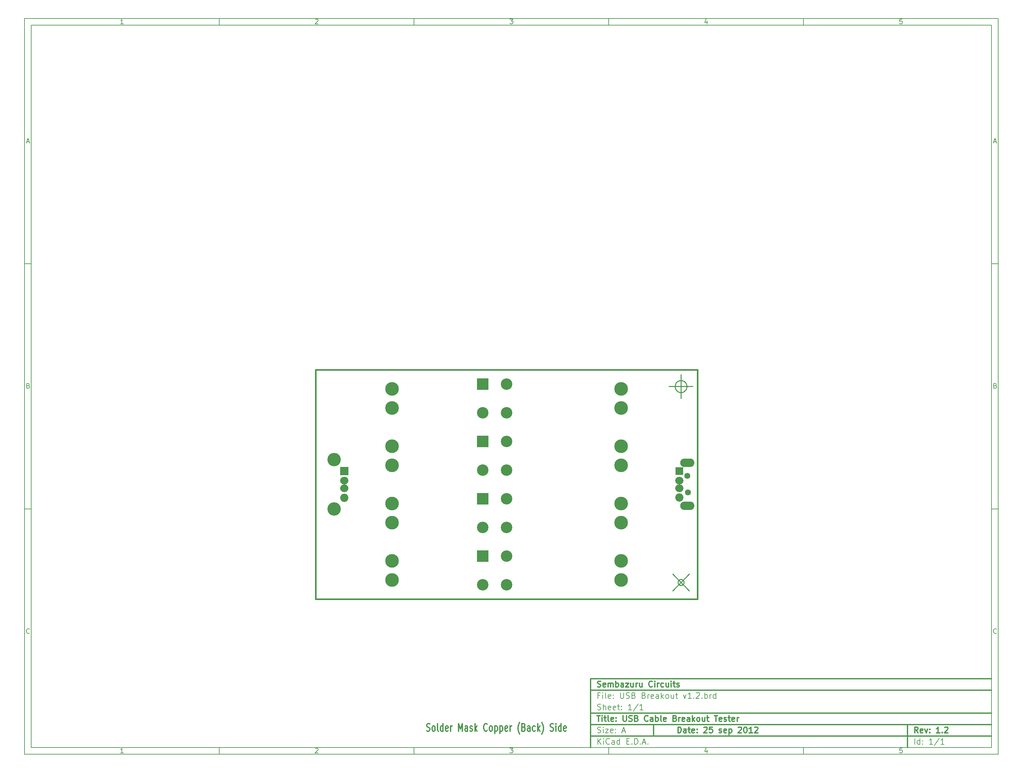
<source format=gbs>
G04 (created by PCBNEW-RS274X (2012-01-19 BZR 3256)-stable) date 25/09/2012 17:31:46*
G01*
G70*
G90*
%MOIN*%
G04 Gerber Fmt 3.4, Leading zero omitted, Abs format*
%FSLAX34Y34*%
G04 APERTURE LIST*
%ADD10C,0.006000*%
%ADD11C,0.012000*%
%ADD12C,0.010000*%
%ADD13C,0.015000*%
%ADD14R,0.120000X0.120000*%
%ADD15C,0.120000*%
%ADD16R,0.083200X0.083200*%
%ADD17O,0.086200X0.079100*%
%ADD18C,0.086200*%
%ADD19O,0.148400X0.089400*%
%ADD20C,0.063300*%
%ADD21R,0.086200X0.086200*%
%ADD22C,0.140600*%
%ADD23C,0.143000*%
G04 APERTURE END LIST*
G54D10*
X-30500Y36750D02*
X71500Y36750D01*
X71500Y-40250D01*
X-30500Y-40250D01*
X-30500Y36750D01*
X-29800Y36050D02*
X70800Y36050D01*
X70800Y-39550D01*
X-29800Y-39550D01*
X-29800Y36050D01*
X-10100Y36750D02*
X-10100Y36050D01*
X-20157Y36198D02*
X-20443Y36198D01*
X-20300Y36198D02*
X-20300Y36698D01*
X-20348Y36626D01*
X-20395Y36579D01*
X-20443Y36555D01*
X-10100Y-40250D02*
X-10100Y-39550D01*
X-20157Y-40102D02*
X-20443Y-40102D01*
X-20300Y-40102D02*
X-20300Y-39602D01*
X-20348Y-39674D01*
X-20395Y-39721D01*
X-20443Y-39745D01*
X10300Y36750D02*
X10300Y36050D01*
X-00043Y36650D02*
X-00019Y36674D01*
X00029Y36698D01*
X00148Y36698D01*
X00195Y36674D01*
X00219Y36650D01*
X00243Y36602D01*
X00243Y36555D01*
X00219Y36483D01*
X-00067Y36198D01*
X00243Y36198D01*
X10300Y-40250D02*
X10300Y-39550D01*
X-00043Y-39650D02*
X-00019Y-39626D01*
X00029Y-39602D01*
X00148Y-39602D01*
X00195Y-39626D01*
X00219Y-39650D01*
X00243Y-39698D01*
X00243Y-39745D01*
X00219Y-39817D01*
X-00067Y-40102D01*
X00243Y-40102D01*
X30700Y36750D02*
X30700Y36050D01*
X20333Y36698D02*
X20643Y36698D01*
X20476Y36507D01*
X20548Y36507D01*
X20595Y36483D01*
X20619Y36460D01*
X20643Y36412D01*
X20643Y36293D01*
X20619Y36245D01*
X20595Y36221D01*
X20548Y36198D01*
X20405Y36198D01*
X20357Y36221D01*
X20333Y36245D01*
X30700Y-40250D02*
X30700Y-39550D01*
X20333Y-39602D02*
X20643Y-39602D01*
X20476Y-39793D01*
X20548Y-39793D01*
X20595Y-39817D01*
X20619Y-39840D01*
X20643Y-39888D01*
X20643Y-40007D01*
X20619Y-40055D01*
X20595Y-40079D01*
X20548Y-40102D01*
X20405Y-40102D01*
X20357Y-40079D01*
X20333Y-40055D01*
X51100Y36750D02*
X51100Y36050D01*
X40995Y36531D02*
X40995Y36198D01*
X40876Y36721D02*
X40757Y36364D01*
X41067Y36364D01*
X51100Y-40250D02*
X51100Y-39550D01*
X40995Y-39769D02*
X40995Y-40102D01*
X40876Y-39579D02*
X40757Y-39936D01*
X41067Y-39936D01*
X61419Y36698D02*
X61181Y36698D01*
X61157Y36460D01*
X61181Y36483D01*
X61229Y36507D01*
X61348Y36507D01*
X61395Y36483D01*
X61419Y36460D01*
X61443Y36412D01*
X61443Y36293D01*
X61419Y36245D01*
X61395Y36221D01*
X61348Y36198D01*
X61229Y36198D01*
X61181Y36221D01*
X61157Y36245D01*
X61419Y-39602D02*
X61181Y-39602D01*
X61157Y-39840D01*
X61181Y-39817D01*
X61229Y-39793D01*
X61348Y-39793D01*
X61395Y-39817D01*
X61419Y-39840D01*
X61443Y-39888D01*
X61443Y-40007D01*
X61419Y-40055D01*
X61395Y-40079D01*
X61348Y-40102D01*
X61229Y-40102D01*
X61181Y-40079D01*
X61157Y-40055D01*
X-30500Y11090D02*
X-29800Y11090D01*
X-30269Y23860D02*
X-30031Y23860D01*
X-30316Y23718D02*
X-30150Y24218D01*
X-29983Y23718D01*
X71500Y11090D02*
X70800Y11090D01*
X71031Y23860D02*
X71269Y23860D01*
X70984Y23718D02*
X71150Y24218D01*
X71317Y23718D01*
X-30500Y-14570D02*
X-29800Y-14570D01*
X-30114Y-01680D02*
X-30043Y-01704D01*
X-30019Y-01728D01*
X-29995Y-01776D01*
X-29995Y-01847D01*
X-30019Y-01895D01*
X-30043Y-01919D01*
X-30090Y-01942D01*
X-30281Y-01942D01*
X-30281Y-01442D01*
X-30114Y-01442D01*
X-30067Y-01466D01*
X-30043Y-01490D01*
X-30019Y-01538D01*
X-30019Y-01585D01*
X-30043Y-01633D01*
X-30067Y-01657D01*
X-30114Y-01680D01*
X-30281Y-01680D01*
X71500Y-14570D02*
X70800Y-14570D01*
X71186Y-01680D02*
X71257Y-01704D01*
X71281Y-01728D01*
X71305Y-01776D01*
X71305Y-01847D01*
X71281Y-01895D01*
X71257Y-01919D01*
X71210Y-01942D01*
X71019Y-01942D01*
X71019Y-01442D01*
X71186Y-01442D01*
X71233Y-01466D01*
X71257Y-01490D01*
X71281Y-01538D01*
X71281Y-01585D01*
X71257Y-01633D01*
X71233Y-01657D01*
X71186Y-01680D01*
X71019Y-01680D01*
X-29995Y-27555D02*
X-30019Y-27579D01*
X-30090Y-27602D01*
X-30138Y-27602D01*
X-30210Y-27579D01*
X-30257Y-27531D01*
X-30281Y-27483D01*
X-30305Y-27388D01*
X-30305Y-27317D01*
X-30281Y-27221D01*
X-30257Y-27174D01*
X-30210Y-27126D01*
X-30138Y-27102D01*
X-30090Y-27102D01*
X-30019Y-27126D01*
X-29995Y-27150D01*
X71305Y-27555D02*
X71281Y-27579D01*
X71210Y-27602D01*
X71162Y-27602D01*
X71090Y-27579D01*
X71043Y-27531D01*
X71019Y-27483D01*
X70995Y-27388D01*
X70995Y-27317D01*
X71019Y-27221D01*
X71043Y-27174D01*
X71090Y-27126D01*
X71162Y-27102D01*
X71210Y-27102D01*
X71281Y-27126D01*
X71305Y-27150D01*
G54D11*
X37943Y-37993D02*
X37943Y-37393D01*
X38086Y-37393D01*
X38171Y-37421D01*
X38229Y-37479D01*
X38257Y-37536D01*
X38286Y-37650D01*
X38286Y-37736D01*
X38257Y-37850D01*
X38229Y-37907D01*
X38171Y-37964D01*
X38086Y-37993D01*
X37943Y-37993D01*
X38800Y-37993D02*
X38800Y-37679D01*
X38771Y-37621D01*
X38714Y-37593D01*
X38600Y-37593D01*
X38543Y-37621D01*
X38800Y-37964D02*
X38743Y-37993D01*
X38600Y-37993D01*
X38543Y-37964D01*
X38514Y-37907D01*
X38514Y-37850D01*
X38543Y-37793D01*
X38600Y-37764D01*
X38743Y-37764D01*
X38800Y-37736D01*
X39000Y-37593D02*
X39229Y-37593D01*
X39086Y-37393D02*
X39086Y-37907D01*
X39114Y-37964D01*
X39172Y-37993D01*
X39229Y-37993D01*
X39657Y-37964D02*
X39600Y-37993D01*
X39486Y-37993D01*
X39429Y-37964D01*
X39400Y-37907D01*
X39400Y-37679D01*
X39429Y-37621D01*
X39486Y-37593D01*
X39600Y-37593D01*
X39657Y-37621D01*
X39686Y-37679D01*
X39686Y-37736D01*
X39400Y-37793D01*
X39943Y-37936D02*
X39971Y-37964D01*
X39943Y-37993D01*
X39914Y-37964D01*
X39943Y-37936D01*
X39943Y-37993D01*
X39943Y-37621D02*
X39971Y-37650D01*
X39943Y-37679D01*
X39914Y-37650D01*
X39943Y-37621D01*
X39943Y-37679D01*
X40657Y-37450D02*
X40686Y-37421D01*
X40743Y-37393D01*
X40886Y-37393D01*
X40943Y-37421D01*
X40972Y-37450D01*
X41000Y-37507D01*
X41000Y-37564D01*
X40972Y-37650D01*
X40629Y-37993D01*
X41000Y-37993D01*
X41543Y-37393D02*
X41257Y-37393D01*
X41228Y-37679D01*
X41257Y-37650D01*
X41314Y-37621D01*
X41457Y-37621D01*
X41514Y-37650D01*
X41543Y-37679D01*
X41571Y-37736D01*
X41571Y-37879D01*
X41543Y-37936D01*
X41514Y-37964D01*
X41457Y-37993D01*
X41314Y-37993D01*
X41257Y-37964D01*
X41228Y-37936D01*
X42256Y-37964D02*
X42313Y-37993D01*
X42428Y-37993D01*
X42485Y-37964D01*
X42513Y-37907D01*
X42513Y-37879D01*
X42485Y-37821D01*
X42428Y-37793D01*
X42342Y-37793D01*
X42285Y-37764D01*
X42256Y-37707D01*
X42256Y-37679D01*
X42285Y-37621D01*
X42342Y-37593D01*
X42428Y-37593D01*
X42485Y-37621D01*
X42999Y-37964D02*
X42942Y-37993D01*
X42828Y-37993D01*
X42771Y-37964D01*
X42742Y-37907D01*
X42742Y-37679D01*
X42771Y-37621D01*
X42828Y-37593D01*
X42942Y-37593D01*
X42999Y-37621D01*
X43028Y-37679D01*
X43028Y-37736D01*
X42742Y-37793D01*
X43285Y-37593D02*
X43285Y-38193D01*
X43285Y-37621D02*
X43342Y-37593D01*
X43456Y-37593D01*
X43513Y-37621D01*
X43542Y-37650D01*
X43571Y-37707D01*
X43571Y-37879D01*
X43542Y-37936D01*
X43513Y-37964D01*
X43456Y-37993D01*
X43342Y-37993D01*
X43285Y-37964D01*
X44256Y-37450D02*
X44285Y-37421D01*
X44342Y-37393D01*
X44485Y-37393D01*
X44542Y-37421D01*
X44571Y-37450D01*
X44599Y-37507D01*
X44599Y-37564D01*
X44571Y-37650D01*
X44228Y-37993D01*
X44599Y-37993D01*
X44970Y-37393D02*
X45027Y-37393D01*
X45084Y-37421D01*
X45113Y-37450D01*
X45142Y-37507D01*
X45170Y-37621D01*
X45170Y-37764D01*
X45142Y-37879D01*
X45113Y-37936D01*
X45084Y-37964D01*
X45027Y-37993D01*
X44970Y-37993D01*
X44913Y-37964D01*
X44884Y-37936D01*
X44856Y-37879D01*
X44827Y-37764D01*
X44827Y-37621D01*
X44856Y-37507D01*
X44884Y-37450D01*
X44913Y-37421D01*
X44970Y-37393D01*
X45741Y-37993D02*
X45398Y-37993D01*
X45570Y-37993D02*
X45570Y-37393D01*
X45513Y-37479D01*
X45455Y-37536D01*
X45398Y-37564D01*
X45969Y-37450D02*
X45998Y-37421D01*
X46055Y-37393D01*
X46198Y-37393D01*
X46255Y-37421D01*
X46284Y-37450D01*
X46312Y-37507D01*
X46312Y-37564D01*
X46284Y-37650D01*
X45941Y-37993D01*
X46312Y-37993D01*
G54D10*
X29543Y-39193D02*
X29543Y-38593D01*
X29886Y-39193D02*
X29629Y-38850D01*
X29886Y-38593D02*
X29543Y-38936D01*
X30143Y-39193D02*
X30143Y-38793D01*
X30143Y-38593D02*
X30114Y-38621D01*
X30143Y-38650D01*
X30171Y-38621D01*
X30143Y-38593D01*
X30143Y-38650D01*
X30772Y-39136D02*
X30743Y-39164D01*
X30657Y-39193D01*
X30600Y-39193D01*
X30515Y-39164D01*
X30457Y-39107D01*
X30429Y-39050D01*
X30400Y-38936D01*
X30400Y-38850D01*
X30429Y-38736D01*
X30457Y-38679D01*
X30515Y-38621D01*
X30600Y-38593D01*
X30657Y-38593D01*
X30743Y-38621D01*
X30772Y-38650D01*
X31286Y-39193D02*
X31286Y-38879D01*
X31257Y-38821D01*
X31200Y-38793D01*
X31086Y-38793D01*
X31029Y-38821D01*
X31286Y-39164D02*
X31229Y-39193D01*
X31086Y-39193D01*
X31029Y-39164D01*
X31000Y-39107D01*
X31000Y-39050D01*
X31029Y-38993D01*
X31086Y-38964D01*
X31229Y-38964D01*
X31286Y-38936D01*
X31829Y-39193D02*
X31829Y-38593D01*
X31829Y-39164D02*
X31772Y-39193D01*
X31658Y-39193D01*
X31600Y-39164D01*
X31572Y-39136D01*
X31543Y-39079D01*
X31543Y-38907D01*
X31572Y-38850D01*
X31600Y-38821D01*
X31658Y-38793D01*
X31772Y-38793D01*
X31829Y-38821D01*
X32572Y-38879D02*
X32772Y-38879D01*
X32858Y-39193D02*
X32572Y-39193D01*
X32572Y-38593D01*
X32858Y-38593D01*
X33115Y-39136D02*
X33143Y-39164D01*
X33115Y-39193D01*
X33086Y-39164D01*
X33115Y-39136D01*
X33115Y-39193D01*
X33401Y-39193D02*
X33401Y-38593D01*
X33544Y-38593D01*
X33629Y-38621D01*
X33687Y-38679D01*
X33715Y-38736D01*
X33744Y-38850D01*
X33744Y-38936D01*
X33715Y-39050D01*
X33687Y-39107D01*
X33629Y-39164D01*
X33544Y-39193D01*
X33401Y-39193D01*
X34001Y-39136D02*
X34029Y-39164D01*
X34001Y-39193D01*
X33972Y-39164D01*
X34001Y-39136D01*
X34001Y-39193D01*
X34258Y-39021D02*
X34544Y-39021D01*
X34201Y-39193D02*
X34401Y-38593D01*
X34601Y-39193D01*
X34801Y-39136D02*
X34829Y-39164D01*
X34801Y-39193D01*
X34772Y-39164D01*
X34801Y-39136D01*
X34801Y-39193D01*
G54D11*
X63086Y-37993D02*
X62886Y-37707D01*
X62743Y-37993D02*
X62743Y-37393D01*
X62971Y-37393D01*
X63029Y-37421D01*
X63057Y-37450D01*
X63086Y-37507D01*
X63086Y-37593D01*
X63057Y-37650D01*
X63029Y-37679D01*
X62971Y-37707D01*
X62743Y-37707D01*
X63571Y-37964D02*
X63514Y-37993D01*
X63400Y-37993D01*
X63343Y-37964D01*
X63314Y-37907D01*
X63314Y-37679D01*
X63343Y-37621D01*
X63400Y-37593D01*
X63514Y-37593D01*
X63571Y-37621D01*
X63600Y-37679D01*
X63600Y-37736D01*
X63314Y-37793D01*
X63800Y-37593D02*
X63943Y-37993D01*
X64085Y-37593D01*
X64314Y-37936D02*
X64342Y-37964D01*
X64314Y-37993D01*
X64285Y-37964D01*
X64314Y-37936D01*
X64314Y-37993D01*
X64314Y-37621D02*
X64342Y-37650D01*
X64314Y-37679D01*
X64285Y-37650D01*
X64314Y-37621D01*
X64314Y-37679D01*
X65371Y-37993D02*
X65028Y-37993D01*
X65200Y-37993D02*
X65200Y-37393D01*
X65143Y-37479D01*
X65085Y-37536D01*
X65028Y-37564D01*
X65628Y-37936D02*
X65656Y-37964D01*
X65628Y-37993D01*
X65599Y-37964D01*
X65628Y-37936D01*
X65628Y-37993D01*
X65885Y-37450D02*
X65914Y-37421D01*
X65971Y-37393D01*
X66114Y-37393D01*
X66171Y-37421D01*
X66200Y-37450D01*
X66228Y-37507D01*
X66228Y-37564D01*
X66200Y-37650D01*
X65857Y-37993D01*
X66228Y-37993D01*
G54D10*
X29514Y-37964D02*
X29600Y-37993D01*
X29743Y-37993D01*
X29800Y-37964D01*
X29829Y-37936D01*
X29857Y-37879D01*
X29857Y-37821D01*
X29829Y-37764D01*
X29800Y-37736D01*
X29743Y-37707D01*
X29629Y-37679D01*
X29571Y-37650D01*
X29543Y-37621D01*
X29514Y-37564D01*
X29514Y-37507D01*
X29543Y-37450D01*
X29571Y-37421D01*
X29629Y-37393D01*
X29771Y-37393D01*
X29857Y-37421D01*
X30114Y-37993D02*
X30114Y-37593D01*
X30114Y-37393D02*
X30085Y-37421D01*
X30114Y-37450D01*
X30142Y-37421D01*
X30114Y-37393D01*
X30114Y-37450D01*
X30343Y-37593D02*
X30657Y-37593D01*
X30343Y-37993D01*
X30657Y-37993D01*
X31114Y-37964D02*
X31057Y-37993D01*
X30943Y-37993D01*
X30886Y-37964D01*
X30857Y-37907D01*
X30857Y-37679D01*
X30886Y-37621D01*
X30943Y-37593D01*
X31057Y-37593D01*
X31114Y-37621D01*
X31143Y-37679D01*
X31143Y-37736D01*
X30857Y-37793D01*
X31400Y-37936D02*
X31428Y-37964D01*
X31400Y-37993D01*
X31371Y-37964D01*
X31400Y-37936D01*
X31400Y-37993D01*
X31400Y-37621D02*
X31428Y-37650D01*
X31400Y-37679D01*
X31371Y-37650D01*
X31400Y-37621D01*
X31400Y-37679D01*
X32114Y-37821D02*
X32400Y-37821D01*
X32057Y-37993D02*
X32257Y-37393D01*
X32457Y-37993D01*
X62743Y-39193D02*
X62743Y-38593D01*
X63286Y-39193D02*
X63286Y-38593D01*
X63286Y-39164D02*
X63229Y-39193D01*
X63115Y-39193D01*
X63057Y-39164D01*
X63029Y-39136D01*
X63000Y-39079D01*
X63000Y-38907D01*
X63029Y-38850D01*
X63057Y-38821D01*
X63115Y-38793D01*
X63229Y-38793D01*
X63286Y-38821D01*
X63572Y-39136D02*
X63600Y-39164D01*
X63572Y-39193D01*
X63543Y-39164D01*
X63572Y-39136D01*
X63572Y-39193D01*
X63572Y-38821D02*
X63600Y-38850D01*
X63572Y-38879D01*
X63543Y-38850D01*
X63572Y-38821D01*
X63572Y-38879D01*
X64629Y-39193D02*
X64286Y-39193D01*
X64458Y-39193D02*
X64458Y-38593D01*
X64401Y-38679D01*
X64343Y-38736D01*
X64286Y-38764D01*
X65314Y-38564D02*
X64800Y-39336D01*
X65829Y-39193D02*
X65486Y-39193D01*
X65658Y-39193D02*
X65658Y-38593D01*
X65601Y-38679D01*
X65543Y-38736D01*
X65486Y-38764D01*
G54D11*
X29457Y-36193D02*
X29800Y-36193D01*
X29629Y-36793D02*
X29629Y-36193D01*
X30000Y-36793D02*
X30000Y-36393D01*
X30000Y-36193D02*
X29971Y-36221D01*
X30000Y-36250D01*
X30028Y-36221D01*
X30000Y-36193D01*
X30000Y-36250D01*
X30200Y-36393D02*
X30429Y-36393D01*
X30286Y-36193D02*
X30286Y-36707D01*
X30314Y-36764D01*
X30372Y-36793D01*
X30429Y-36793D01*
X30715Y-36793D02*
X30657Y-36764D01*
X30629Y-36707D01*
X30629Y-36193D01*
X31171Y-36764D02*
X31114Y-36793D01*
X31000Y-36793D01*
X30943Y-36764D01*
X30914Y-36707D01*
X30914Y-36479D01*
X30943Y-36421D01*
X31000Y-36393D01*
X31114Y-36393D01*
X31171Y-36421D01*
X31200Y-36479D01*
X31200Y-36536D01*
X30914Y-36593D01*
X31457Y-36736D02*
X31485Y-36764D01*
X31457Y-36793D01*
X31428Y-36764D01*
X31457Y-36736D01*
X31457Y-36793D01*
X31457Y-36421D02*
X31485Y-36450D01*
X31457Y-36479D01*
X31428Y-36450D01*
X31457Y-36421D01*
X31457Y-36479D01*
X32200Y-36193D02*
X32200Y-36679D01*
X32228Y-36736D01*
X32257Y-36764D01*
X32314Y-36793D01*
X32428Y-36793D01*
X32486Y-36764D01*
X32514Y-36736D01*
X32543Y-36679D01*
X32543Y-36193D01*
X32800Y-36764D02*
X32886Y-36793D01*
X33029Y-36793D01*
X33086Y-36764D01*
X33115Y-36736D01*
X33143Y-36679D01*
X33143Y-36621D01*
X33115Y-36564D01*
X33086Y-36536D01*
X33029Y-36507D01*
X32915Y-36479D01*
X32857Y-36450D01*
X32829Y-36421D01*
X32800Y-36364D01*
X32800Y-36307D01*
X32829Y-36250D01*
X32857Y-36221D01*
X32915Y-36193D01*
X33057Y-36193D01*
X33143Y-36221D01*
X33600Y-36479D02*
X33686Y-36507D01*
X33714Y-36536D01*
X33743Y-36593D01*
X33743Y-36679D01*
X33714Y-36736D01*
X33686Y-36764D01*
X33628Y-36793D01*
X33400Y-36793D01*
X33400Y-36193D01*
X33600Y-36193D01*
X33657Y-36221D01*
X33686Y-36250D01*
X33714Y-36307D01*
X33714Y-36364D01*
X33686Y-36421D01*
X33657Y-36450D01*
X33600Y-36479D01*
X33400Y-36479D01*
X34800Y-36736D02*
X34771Y-36764D01*
X34685Y-36793D01*
X34628Y-36793D01*
X34543Y-36764D01*
X34485Y-36707D01*
X34457Y-36650D01*
X34428Y-36536D01*
X34428Y-36450D01*
X34457Y-36336D01*
X34485Y-36279D01*
X34543Y-36221D01*
X34628Y-36193D01*
X34685Y-36193D01*
X34771Y-36221D01*
X34800Y-36250D01*
X35314Y-36793D02*
X35314Y-36479D01*
X35285Y-36421D01*
X35228Y-36393D01*
X35114Y-36393D01*
X35057Y-36421D01*
X35314Y-36764D02*
X35257Y-36793D01*
X35114Y-36793D01*
X35057Y-36764D01*
X35028Y-36707D01*
X35028Y-36650D01*
X35057Y-36593D01*
X35114Y-36564D01*
X35257Y-36564D01*
X35314Y-36536D01*
X35600Y-36793D02*
X35600Y-36193D01*
X35600Y-36421D02*
X35657Y-36393D01*
X35771Y-36393D01*
X35828Y-36421D01*
X35857Y-36450D01*
X35886Y-36507D01*
X35886Y-36679D01*
X35857Y-36736D01*
X35828Y-36764D01*
X35771Y-36793D01*
X35657Y-36793D01*
X35600Y-36764D01*
X36229Y-36793D02*
X36171Y-36764D01*
X36143Y-36707D01*
X36143Y-36193D01*
X36685Y-36764D02*
X36628Y-36793D01*
X36514Y-36793D01*
X36457Y-36764D01*
X36428Y-36707D01*
X36428Y-36479D01*
X36457Y-36421D01*
X36514Y-36393D01*
X36628Y-36393D01*
X36685Y-36421D01*
X36714Y-36479D01*
X36714Y-36536D01*
X36428Y-36593D01*
X37628Y-36479D02*
X37714Y-36507D01*
X37742Y-36536D01*
X37771Y-36593D01*
X37771Y-36679D01*
X37742Y-36736D01*
X37714Y-36764D01*
X37656Y-36793D01*
X37428Y-36793D01*
X37428Y-36193D01*
X37628Y-36193D01*
X37685Y-36221D01*
X37714Y-36250D01*
X37742Y-36307D01*
X37742Y-36364D01*
X37714Y-36421D01*
X37685Y-36450D01*
X37628Y-36479D01*
X37428Y-36479D01*
X38028Y-36793D02*
X38028Y-36393D01*
X38028Y-36507D02*
X38056Y-36450D01*
X38085Y-36421D01*
X38142Y-36393D01*
X38199Y-36393D01*
X38627Y-36764D02*
X38570Y-36793D01*
X38456Y-36793D01*
X38399Y-36764D01*
X38370Y-36707D01*
X38370Y-36479D01*
X38399Y-36421D01*
X38456Y-36393D01*
X38570Y-36393D01*
X38627Y-36421D01*
X38656Y-36479D01*
X38656Y-36536D01*
X38370Y-36593D01*
X39170Y-36793D02*
X39170Y-36479D01*
X39141Y-36421D01*
X39084Y-36393D01*
X38970Y-36393D01*
X38913Y-36421D01*
X39170Y-36764D02*
X39113Y-36793D01*
X38970Y-36793D01*
X38913Y-36764D01*
X38884Y-36707D01*
X38884Y-36650D01*
X38913Y-36593D01*
X38970Y-36564D01*
X39113Y-36564D01*
X39170Y-36536D01*
X39456Y-36793D02*
X39456Y-36193D01*
X39513Y-36564D02*
X39684Y-36793D01*
X39684Y-36393D02*
X39456Y-36621D01*
X40028Y-36793D02*
X39970Y-36764D01*
X39942Y-36736D01*
X39913Y-36679D01*
X39913Y-36507D01*
X39942Y-36450D01*
X39970Y-36421D01*
X40028Y-36393D01*
X40113Y-36393D01*
X40170Y-36421D01*
X40199Y-36450D01*
X40228Y-36507D01*
X40228Y-36679D01*
X40199Y-36736D01*
X40170Y-36764D01*
X40113Y-36793D01*
X40028Y-36793D01*
X40742Y-36393D02*
X40742Y-36793D01*
X40485Y-36393D02*
X40485Y-36707D01*
X40513Y-36764D01*
X40571Y-36793D01*
X40656Y-36793D01*
X40713Y-36764D01*
X40742Y-36736D01*
X40942Y-36393D02*
X41171Y-36393D01*
X41028Y-36193D02*
X41028Y-36707D01*
X41056Y-36764D01*
X41114Y-36793D01*
X41171Y-36793D01*
X41742Y-36193D02*
X42085Y-36193D01*
X41914Y-36793D02*
X41914Y-36193D01*
X42513Y-36764D02*
X42456Y-36793D01*
X42342Y-36793D01*
X42285Y-36764D01*
X42256Y-36707D01*
X42256Y-36479D01*
X42285Y-36421D01*
X42342Y-36393D01*
X42456Y-36393D01*
X42513Y-36421D01*
X42542Y-36479D01*
X42542Y-36536D01*
X42256Y-36593D01*
X42770Y-36764D02*
X42827Y-36793D01*
X42942Y-36793D01*
X42999Y-36764D01*
X43027Y-36707D01*
X43027Y-36679D01*
X42999Y-36621D01*
X42942Y-36593D01*
X42856Y-36593D01*
X42799Y-36564D01*
X42770Y-36507D01*
X42770Y-36479D01*
X42799Y-36421D01*
X42856Y-36393D01*
X42942Y-36393D01*
X42999Y-36421D01*
X43199Y-36393D02*
X43428Y-36393D01*
X43285Y-36193D02*
X43285Y-36707D01*
X43313Y-36764D01*
X43371Y-36793D01*
X43428Y-36793D01*
X43856Y-36764D02*
X43799Y-36793D01*
X43685Y-36793D01*
X43628Y-36764D01*
X43599Y-36707D01*
X43599Y-36479D01*
X43628Y-36421D01*
X43685Y-36393D01*
X43799Y-36393D01*
X43856Y-36421D01*
X43885Y-36479D01*
X43885Y-36536D01*
X43599Y-36593D01*
X44142Y-36793D02*
X44142Y-36393D01*
X44142Y-36507D02*
X44170Y-36450D01*
X44199Y-36421D01*
X44256Y-36393D01*
X44313Y-36393D01*
G54D10*
X29743Y-34079D02*
X29543Y-34079D01*
X29543Y-34393D02*
X29543Y-33793D01*
X29829Y-33793D01*
X30057Y-34393D02*
X30057Y-33993D01*
X30057Y-33793D02*
X30028Y-33821D01*
X30057Y-33850D01*
X30085Y-33821D01*
X30057Y-33793D01*
X30057Y-33850D01*
X30429Y-34393D02*
X30371Y-34364D01*
X30343Y-34307D01*
X30343Y-33793D01*
X30885Y-34364D02*
X30828Y-34393D01*
X30714Y-34393D01*
X30657Y-34364D01*
X30628Y-34307D01*
X30628Y-34079D01*
X30657Y-34021D01*
X30714Y-33993D01*
X30828Y-33993D01*
X30885Y-34021D01*
X30914Y-34079D01*
X30914Y-34136D01*
X30628Y-34193D01*
X31171Y-34336D02*
X31199Y-34364D01*
X31171Y-34393D01*
X31142Y-34364D01*
X31171Y-34336D01*
X31171Y-34393D01*
X31171Y-34021D02*
X31199Y-34050D01*
X31171Y-34079D01*
X31142Y-34050D01*
X31171Y-34021D01*
X31171Y-34079D01*
X31914Y-33793D02*
X31914Y-34279D01*
X31942Y-34336D01*
X31971Y-34364D01*
X32028Y-34393D01*
X32142Y-34393D01*
X32200Y-34364D01*
X32228Y-34336D01*
X32257Y-34279D01*
X32257Y-33793D01*
X32514Y-34364D02*
X32600Y-34393D01*
X32743Y-34393D01*
X32800Y-34364D01*
X32829Y-34336D01*
X32857Y-34279D01*
X32857Y-34221D01*
X32829Y-34164D01*
X32800Y-34136D01*
X32743Y-34107D01*
X32629Y-34079D01*
X32571Y-34050D01*
X32543Y-34021D01*
X32514Y-33964D01*
X32514Y-33907D01*
X32543Y-33850D01*
X32571Y-33821D01*
X32629Y-33793D01*
X32771Y-33793D01*
X32857Y-33821D01*
X33314Y-34079D02*
X33400Y-34107D01*
X33428Y-34136D01*
X33457Y-34193D01*
X33457Y-34279D01*
X33428Y-34336D01*
X33400Y-34364D01*
X33342Y-34393D01*
X33114Y-34393D01*
X33114Y-33793D01*
X33314Y-33793D01*
X33371Y-33821D01*
X33400Y-33850D01*
X33428Y-33907D01*
X33428Y-33964D01*
X33400Y-34021D01*
X33371Y-34050D01*
X33314Y-34079D01*
X33114Y-34079D01*
X34371Y-34079D02*
X34457Y-34107D01*
X34485Y-34136D01*
X34514Y-34193D01*
X34514Y-34279D01*
X34485Y-34336D01*
X34457Y-34364D01*
X34399Y-34393D01*
X34171Y-34393D01*
X34171Y-33793D01*
X34371Y-33793D01*
X34428Y-33821D01*
X34457Y-33850D01*
X34485Y-33907D01*
X34485Y-33964D01*
X34457Y-34021D01*
X34428Y-34050D01*
X34371Y-34079D01*
X34171Y-34079D01*
X34771Y-34393D02*
X34771Y-33993D01*
X34771Y-34107D02*
X34799Y-34050D01*
X34828Y-34021D01*
X34885Y-33993D01*
X34942Y-33993D01*
X35370Y-34364D02*
X35313Y-34393D01*
X35199Y-34393D01*
X35142Y-34364D01*
X35113Y-34307D01*
X35113Y-34079D01*
X35142Y-34021D01*
X35199Y-33993D01*
X35313Y-33993D01*
X35370Y-34021D01*
X35399Y-34079D01*
X35399Y-34136D01*
X35113Y-34193D01*
X35913Y-34393D02*
X35913Y-34079D01*
X35884Y-34021D01*
X35827Y-33993D01*
X35713Y-33993D01*
X35656Y-34021D01*
X35913Y-34364D02*
X35856Y-34393D01*
X35713Y-34393D01*
X35656Y-34364D01*
X35627Y-34307D01*
X35627Y-34250D01*
X35656Y-34193D01*
X35713Y-34164D01*
X35856Y-34164D01*
X35913Y-34136D01*
X36199Y-34393D02*
X36199Y-33793D01*
X36256Y-34164D02*
X36427Y-34393D01*
X36427Y-33993D02*
X36199Y-34221D01*
X36771Y-34393D02*
X36713Y-34364D01*
X36685Y-34336D01*
X36656Y-34279D01*
X36656Y-34107D01*
X36685Y-34050D01*
X36713Y-34021D01*
X36771Y-33993D01*
X36856Y-33993D01*
X36913Y-34021D01*
X36942Y-34050D01*
X36971Y-34107D01*
X36971Y-34279D01*
X36942Y-34336D01*
X36913Y-34364D01*
X36856Y-34393D01*
X36771Y-34393D01*
X37485Y-33993D02*
X37485Y-34393D01*
X37228Y-33993D02*
X37228Y-34307D01*
X37256Y-34364D01*
X37314Y-34393D01*
X37399Y-34393D01*
X37456Y-34364D01*
X37485Y-34336D01*
X37685Y-33993D02*
X37914Y-33993D01*
X37771Y-33793D02*
X37771Y-34307D01*
X37799Y-34364D01*
X37857Y-34393D01*
X37914Y-34393D01*
X38514Y-33993D02*
X38657Y-34393D01*
X38799Y-33993D01*
X39342Y-34393D02*
X38999Y-34393D01*
X39171Y-34393D02*
X39171Y-33793D01*
X39114Y-33879D01*
X39056Y-33936D01*
X38999Y-33964D01*
X39599Y-34336D02*
X39627Y-34364D01*
X39599Y-34393D01*
X39570Y-34364D01*
X39599Y-34336D01*
X39599Y-34393D01*
X39856Y-33850D02*
X39885Y-33821D01*
X39942Y-33793D01*
X40085Y-33793D01*
X40142Y-33821D01*
X40171Y-33850D01*
X40199Y-33907D01*
X40199Y-33964D01*
X40171Y-34050D01*
X39828Y-34393D01*
X40199Y-34393D01*
X40456Y-34336D02*
X40484Y-34364D01*
X40456Y-34393D01*
X40427Y-34364D01*
X40456Y-34336D01*
X40456Y-34393D01*
X40742Y-34393D02*
X40742Y-33793D01*
X40742Y-34021D02*
X40799Y-33993D01*
X40913Y-33993D01*
X40970Y-34021D01*
X40999Y-34050D01*
X41028Y-34107D01*
X41028Y-34279D01*
X40999Y-34336D01*
X40970Y-34364D01*
X40913Y-34393D01*
X40799Y-34393D01*
X40742Y-34364D01*
X41285Y-34393D02*
X41285Y-33993D01*
X41285Y-34107D02*
X41313Y-34050D01*
X41342Y-34021D01*
X41399Y-33993D01*
X41456Y-33993D01*
X41913Y-34393D02*
X41913Y-33793D01*
X41913Y-34364D02*
X41856Y-34393D01*
X41742Y-34393D01*
X41684Y-34364D01*
X41656Y-34336D01*
X41627Y-34279D01*
X41627Y-34107D01*
X41656Y-34050D01*
X41684Y-34021D01*
X41742Y-33993D01*
X41856Y-33993D01*
X41913Y-34021D01*
X29514Y-35564D02*
X29600Y-35593D01*
X29743Y-35593D01*
X29800Y-35564D01*
X29829Y-35536D01*
X29857Y-35479D01*
X29857Y-35421D01*
X29829Y-35364D01*
X29800Y-35336D01*
X29743Y-35307D01*
X29629Y-35279D01*
X29571Y-35250D01*
X29543Y-35221D01*
X29514Y-35164D01*
X29514Y-35107D01*
X29543Y-35050D01*
X29571Y-35021D01*
X29629Y-34993D01*
X29771Y-34993D01*
X29857Y-35021D01*
X30114Y-35593D02*
X30114Y-34993D01*
X30371Y-35593D02*
X30371Y-35279D01*
X30342Y-35221D01*
X30285Y-35193D01*
X30200Y-35193D01*
X30142Y-35221D01*
X30114Y-35250D01*
X30885Y-35564D02*
X30828Y-35593D01*
X30714Y-35593D01*
X30657Y-35564D01*
X30628Y-35507D01*
X30628Y-35279D01*
X30657Y-35221D01*
X30714Y-35193D01*
X30828Y-35193D01*
X30885Y-35221D01*
X30914Y-35279D01*
X30914Y-35336D01*
X30628Y-35393D01*
X31399Y-35564D02*
X31342Y-35593D01*
X31228Y-35593D01*
X31171Y-35564D01*
X31142Y-35507D01*
X31142Y-35279D01*
X31171Y-35221D01*
X31228Y-35193D01*
X31342Y-35193D01*
X31399Y-35221D01*
X31428Y-35279D01*
X31428Y-35336D01*
X31142Y-35393D01*
X31599Y-35193D02*
X31828Y-35193D01*
X31685Y-34993D02*
X31685Y-35507D01*
X31713Y-35564D01*
X31771Y-35593D01*
X31828Y-35593D01*
X32028Y-35536D02*
X32056Y-35564D01*
X32028Y-35593D01*
X31999Y-35564D01*
X32028Y-35536D01*
X32028Y-35593D01*
X32028Y-35221D02*
X32056Y-35250D01*
X32028Y-35279D01*
X31999Y-35250D01*
X32028Y-35221D01*
X32028Y-35279D01*
X33085Y-35593D02*
X32742Y-35593D01*
X32914Y-35593D02*
X32914Y-34993D01*
X32857Y-35079D01*
X32799Y-35136D01*
X32742Y-35164D01*
X33770Y-34964D02*
X33256Y-35736D01*
X34285Y-35593D02*
X33942Y-35593D01*
X34114Y-35593D02*
X34114Y-34993D01*
X34057Y-35079D01*
X33999Y-35136D01*
X33942Y-35164D01*
G54D11*
X29514Y-33164D02*
X29600Y-33193D01*
X29743Y-33193D01*
X29800Y-33164D01*
X29829Y-33136D01*
X29857Y-33079D01*
X29857Y-33021D01*
X29829Y-32964D01*
X29800Y-32936D01*
X29743Y-32907D01*
X29629Y-32879D01*
X29571Y-32850D01*
X29543Y-32821D01*
X29514Y-32764D01*
X29514Y-32707D01*
X29543Y-32650D01*
X29571Y-32621D01*
X29629Y-32593D01*
X29771Y-32593D01*
X29857Y-32621D01*
X30342Y-33164D02*
X30285Y-33193D01*
X30171Y-33193D01*
X30114Y-33164D01*
X30085Y-33107D01*
X30085Y-32879D01*
X30114Y-32821D01*
X30171Y-32793D01*
X30285Y-32793D01*
X30342Y-32821D01*
X30371Y-32879D01*
X30371Y-32936D01*
X30085Y-32993D01*
X30628Y-33193D02*
X30628Y-32793D01*
X30628Y-32850D02*
X30656Y-32821D01*
X30714Y-32793D01*
X30799Y-32793D01*
X30856Y-32821D01*
X30885Y-32879D01*
X30885Y-33193D01*
X30885Y-32879D02*
X30914Y-32821D01*
X30971Y-32793D01*
X31056Y-32793D01*
X31114Y-32821D01*
X31142Y-32879D01*
X31142Y-33193D01*
X31428Y-33193D02*
X31428Y-32593D01*
X31428Y-32821D02*
X31485Y-32793D01*
X31599Y-32793D01*
X31656Y-32821D01*
X31685Y-32850D01*
X31714Y-32907D01*
X31714Y-33079D01*
X31685Y-33136D01*
X31656Y-33164D01*
X31599Y-33193D01*
X31485Y-33193D01*
X31428Y-33164D01*
X32228Y-33193D02*
X32228Y-32879D01*
X32199Y-32821D01*
X32142Y-32793D01*
X32028Y-32793D01*
X31971Y-32821D01*
X32228Y-33164D02*
X32171Y-33193D01*
X32028Y-33193D01*
X31971Y-33164D01*
X31942Y-33107D01*
X31942Y-33050D01*
X31971Y-32993D01*
X32028Y-32964D01*
X32171Y-32964D01*
X32228Y-32936D01*
X32457Y-32793D02*
X32771Y-32793D01*
X32457Y-33193D01*
X32771Y-33193D01*
X33257Y-32793D02*
X33257Y-33193D01*
X33000Y-32793D02*
X33000Y-33107D01*
X33028Y-33164D01*
X33086Y-33193D01*
X33171Y-33193D01*
X33228Y-33164D01*
X33257Y-33136D01*
X33543Y-33193D02*
X33543Y-32793D01*
X33543Y-32907D02*
X33571Y-32850D01*
X33600Y-32821D01*
X33657Y-32793D01*
X33714Y-32793D01*
X34171Y-32793D02*
X34171Y-33193D01*
X33914Y-32793D02*
X33914Y-33107D01*
X33942Y-33164D01*
X34000Y-33193D01*
X34085Y-33193D01*
X34142Y-33164D01*
X34171Y-33136D01*
X35257Y-33136D02*
X35228Y-33164D01*
X35142Y-33193D01*
X35085Y-33193D01*
X35000Y-33164D01*
X34942Y-33107D01*
X34914Y-33050D01*
X34885Y-32936D01*
X34885Y-32850D01*
X34914Y-32736D01*
X34942Y-32679D01*
X35000Y-32621D01*
X35085Y-32593D01*
X35142Y-32593D01*
X35228Y-32621D01*
X35257Y-32650D01*
X35514Y-33193D02*
X35514Y-32793D01*
X35514Y-32593D02*
X35485Y-32621D01*
X35514Y-32650D01*
X35542Y-32621D01*
X35514Y-32593D01*
X35514Y-32650D01*
X35800Y-33193D02*
X35800Y-32793D01*
X35800Y-32907D02*
X35828Y-32850D01*
X35857Y-32821D01*
X35914Y-32793D01*
X35971Y-32793D01*
X36428Y-33164D02*
X36371Y-33193D01*
X36257Y-33193D01*
X36199Y-33164D01*
X36171Y-33136D01*
X36142Y-33079D01*
X36142Y-32907D01*
X36171Y-32850D01*
X36199Y-32821D01*
X36257Y-32793D01*
X36371Y-32793D01*
X36428Y-32821D01*
X36942Y-32793D02*
X36942Y-33193D01*
X36685Y-32793D02*
X36685Y-33107D01*
X36713Y-33164D01*
X36771Y-33193D01*
X36856Y-33193D01*
X36913Y-33164D01*
X36942Y-33136D01*
X37228Y-33193D02*
X37228Y-32793D01*
X37228Y-32593D02*
X37199Y-32621D01*
X37228Y-32650D01*
X37256Y-32621D01*
X37228Y-32593D01*
X37228Y-32650D01*
X37428Y-32793D02*
X37657Y-32793D01*
X37514Y-32593D02*
X37514Y-33107D01*
X37542Y-33164D01*
X37600Y-33193D01*
X37657Y-33193D01*
X37828Y-33164D02*
X37885Y-33193D01*
X38000Y-33193D01*
X38057Y-33164D01*
X38085Y-33107D01*
X38085Y-33079D01*
X38057Y-33021D01*
X38000Y-32993D01*
X37914Y-32993D01*
X37857Y-32964D01*
X37828Y-32907D01*
X37828Y-32879D01*
X37857Y-32821D01*
X37914Y-32793D01*
X38000Y-32793D01*
X38057Y-32821D01*
X28800Y-32350D02*
X28800Y-39550D01*
X28800Y-33550D02*
X70800Y-33550D01*
X28800Y-32350D02*
X70800Y-32350D01*
X28800Y-35950D02*
X70800Y-35950D01*
X62000Y-37150D02*
X62000Y-39550D01*
X28800Y-38350D02*
X70800Y-38350D01*
X28800Y-37150D02*
X70800Y-37150D01*
X35400Y-37150D02*
X35400Y-38350D01*
X11614Y-37786D02*
X11700Y-37824D01*
X11843Y-37824D01*
X11900Y-37786D01*
X11929Y-37748D01*
X11957Y-37671D01*
X11957Y-37595D01*
X11929Y-37519D01*
X11900Y-37481D01*
X11843Y-37443D01*
X11729Y-37405D01*
X11671Y-37367D01*
X11643Y-37329D01*
X11614Y-37252D01*
X11614Y-37176D01*
X11643Y-37100D01*
X11671Y-37062D01*
X11729Y-37024D01*
X11871Y-37024D01*
X11957Y-37062D01*
X12300Y-37824D02*
X12242Y-37786D01*
X12214Y-37748D01*
X12185Y-37671D01*
X12185Y-37443D01*
X12214Y-37367D01*
X12242Y-37329D01*
X12300Y-37290D01*
X12385Y-37290D01*
X12442Y-37329D01*
X12471Y-37367D01*
X12500Y-37443D01*
X12500Y-37671D01*
X12471Y-37748D01*
X12442Y-37786D01*
X12385Y-37824D01*
X12300Y-37824D01*
X12843Y-37824D02*
X12785Y-37786D01*
X12757Y-37710D01*
X12757Y-37024D01*
X13328Y-37824D02*
X13328Y-37024D01*
X13328Y-37786D02*
X13271Y-37824D01*
X13157Y-37824D01*
X13099Y-37786D01*
X13071Y-37748D01*
X13042Y-37671D01*
X13042Y-37443D01*
X13071Y-37367D01*
X13099Y-37329D01*
X13157Y-37290D01*
X13271Y-37290D01*
X13328Y-37329D01*
X13842Y-37786D02*
X13785Y-37824D01*
X13671Y-37824D01*
X13614Y-37786D01*
X13585Y-37710D01*
X13585Y-37405D01*
X13614Y-37329D01*
X13671Y-37290D01*
X13785Y-37290D01*
X13842Y-37329D01*
X13871Y-37405D01*
X13871Y-37481D01*
X13585Y-37557D01*
X14128Y-37824D02*
X14128Y-37290D01*
X14128Y-37443D02*
X14156Y-37367D01*
X14185Y-37329D01*
X14242Y-37290D01*
X14299Y-37290D01*
X14956Y-37824D02*
X14956Y-37024D01*
X15156Y-37595D01*
X15356Y-37024D01*
X15356Y-37824D01*
X15899Y-37824D02*
X15899Y-37405D01*
X15870Y-37329D01*
X15813Y-37290D01*
X15699Y-37290D01*
X15642Y-37329D01*
X15899Y-37786D02*
X15842Y-37824D01*
X15699Y-37824D01*
X15642Y-37786D01*
X15613Y-37710D01*
X15613Y-37633D01*
X15642Y-37557D01*
X15699Y-37519D01*
X15842Y-37519D01*
X15899Y-37481D01*
X16156Y-37786D02*
X16213Y-37824D01*
X16328Y-37824D01*
X16385Y-37786D01*
X16413Y-37710D01*
X16413Y-37671D01*
X16385Y-37595D01*
X16328Y-37557D01*
X16242Y-37557D01*
X16185Y-37519D01*
X16156Y-37443D01*
X16156Y-37405D01*
X16185Y-37329D01*
X16242Y-37290D01*
X16328Y-37290D01*
X16385Y-37329D01*
X16671Y-37824D02*
X16671Y-37024D01*
X16728Y-37519D02*
X16899Y-37824D01*
X16899Y-37290D02*
X16671Y-37595D01*
X17957Y-37748D02*
X17928Y-37786D01*
X17842Y-37824D01*
X17785Y-37824D01*
X17700Y-37786D01*
X17642Y-37710D01*
X17614Y-37633D01*
X17585Y-37481D01*
X17585Y-37367D01*
X17614Y-37214D01*
X17642Y-37138D01*
X17700Y-37062D01*
X17785Y-37024D01*
X17842Y-37024D01*
X17928Y-37062D01*
X17957Y-37100D01*
X18300Y-37824D02*
X18242Y-37786D01*
X18214Y-37748D01*
X18185Y-37671D01*
X18185Y-37443D01*
X18214Y-37367D01*
X18242Y-37329D01*
X18300Y-37290D01*
X18385Y-37290D01*
X18442Y-37329D01*
X18471Y-37367D01*
X18500Y-37443D01*
X18500Y-37671D01*
X18471Y-37748D01*
X18442Y-37786D01*
X18385Y-37824D01*
X18300Y-37824D01*
X18757Y-37290D02*
X18757Y-38090D01*
X18757Y-37329D02*
X18814Y-37290D01*
X18928Y-37290D01*
X18985Y-37329D01*
X19014Y-37367D01*
X19043Y-37443D01*
X19043Y-37671D01*
X19014Y-37748D01*
X18985Y-37786D01*
X18928Y-37824D01*
X18814Y-37824D01*
X18757Y-37786D01*
X19300Y-37290D02*
X19300Y-38090D01*
X19300Y-37329D02*
X19357Y-37290D01*
X19471Y-37290D01*
X19528Y-37329D01*
X19557Y-37367D01*
X19586Y-37443D01*
X19586Y-37671D01*
X19557Y-37748D01*
X19528Y-37786D01*
X19471Y-37824D01*
X19357Y-37824D01*
X19300Y-37786D01*
X20071Y-37786D02*
X20014Y-37824D01*
X19900Y-37824D01*
X19843Y-37786D01*
X19814Y-37710D01*
X19814Y-37405D01*
X19843Y-37329D01*
X19900Y-37290D01*
X20014Y-37290D01*
X20071Y-37329D01*
X20100Y-37405D01*
X20100Y-37481D01*
X19814Y-37557D01*
X20357Y-37824D02*
X20357Y-37290D01*
X20357Y-37443D02*
X20385Y-37367D01*
X20414Y-37329D01*
X20471Y-37290D01*
X20528Y-37290D01*
X21356Y-38129D02*
X21328Y-38090D01*
X21271Y-37976D01*
X21242Y-37900D01*
X21213Y-37786D01*
X21185Y-37595D01*
X21185Y-37443D01*
X21213Y-37252D01*
X21242Y-37138D01*
X21271Y-37062D01*
X21328Y-36948D01*
X21356Y-36910D01*
X21785Y-37405D02*
X21871Y-37443D01*
X21899Y-37481D01*
X21928Y-37557D01*
X21928Y-37671D01*
X21899Y-37748D01*
X21871Y-37786D01*
X21813Y-37824D01*
X21585Y-37824D01*
X21585Y-37024D01*
X21785Y-37024D01*
X21842Y-37062D01*
X21871Y-37100D01*
X21899Y-37176D01*
X21899Y-37252D01*
X21871Y-37329D01*
X21842Y-37367D01*
X21785Y-37405D01*
X21585Y-37405D01*
X22442Y-37824D02*
X22442Y-37405D01*
X22413Y-37329D01*
X22356Y-37290D01*
X22242Y-37290D01*
X22185Y-37329D01*
X22442Y-37786D02*
X22385Y-37824D01*
X22242Y-37824D01*
X22185Y-37786D01*
X22156Y-37710D01*
X22156Y-37633D01*
X22185Y-37557D01*
X22242Y-37519D01*
X22385Y-37519D01*
X22442Y-37481D01*
X22985Y-37786D02*
X22928Y-37824D01*
X22814Y-37824D01*
X22756Y-37786D01*
X22728Y-37748D01*
X22699Y-37671D01*
X22699Y-37443D01*
X22728Y-37367D01*
X22756Y-37329D01*
X22814Y-37290D01*
X22928Y-37290D01*
X22985Y-37329D01*
X23242Y-37824D02*
X23242Y-37024D01*
X23299Y-37519D02*
X23470Y-37824D01*
X23470Y-37290D02*
X23242Y-37595D01*
X23671Y-38129D02*
X23699Y-38090D01*
X23756Y-37976D01*
X23785Y-37900D01*
X23814Y-37786D01*
X23842Y-37595D01*
X23842Y-37443D01*
X23814Y-37252D01*
X23785Y-37138D01*
X23756Y-37062D01*
X23699Y-36948D01*
X23671Y-36910D01*
X24556Y-37786D02*
X24642Y-37824D01*
X24785Y-37824D01*
X24842Y-37786D01*
X24871Y-37748D01*
X24899Y-37671D01*
X24899Y-37595D01*
X24871Y-37519D01*
X24842Y-37481D01*
X24785Y-37443D01*
X24671Y-37405D01*
X24613Y-37367D01*
X24585Y-37329D01*
X24556Y-37252D01*
X24556Y-37176D01*
X24585Y-37100D01*
X24613Y-37062D01*
X24671Y-37024D01*
X24813Y-37024D01*
X24899Y-37062D01*
X25156Y-37824D02*
X25156Y-37290D01*
X25156Y-37024D02*
X25127Y-37062D01*
X25156Y-37100D01*
X25184Y-37062D01*
X25156Y-37024D01*
X25156Y-37100D01*
X25699Y-37824D02*
X25699Y-37024D01*
X25699Y-37786D02*
X25642Y-37824D01*
X25528Y-37824D01*
X25470Y-37786D01*
X25442Y-37748D01*
X25413Y-37671D01*
X25413Y-37443D01*
X25442Y-37367D01*
X25470Y-37329D01*
X25528Y-37290D01*
X25642Y-37290D01*
X25699Y-37329D01*
X26213Y-37786D02*
X26156Y-37824D01*
X26042Y-37824D01*
X25985Y-37786D01*
X25956Y-37710D01*
X25956Y-37405D01*
X25985Y-37329D01*
X26042Y-37290D01*
X26156Y-37290D01*
X26213Y-37329D01*
X26242Y-37405D01*
X26242Y-37481D01*
X25956Y-37557D01*
G54D12*
X38562Y-22250D02*
X38556Y-22310D01*
X38538Y-22368D01*
X38509Y-22422D01*
X38471Y-22469D01*
X38424Y-22508D01*
X38370Y-22537D01*
X38312Y-22555D01*
X38252Y-22561D01*
X38192Y-22556D01*
X38134Y-22539D01*
X38080Y-22511D01*
X38032Y-22472D01*
X37993Y-22426D01*
X37964Y-22372D01*
X37945Y-22314D01*
X37939Y-22254D01*
X37944Y-22194D01*
X37960Y-22136D01*
X37988Y-22081D01*
X38026Y-22034D01*
X38072Y-21994D01*
X38126Y-21965D01*
X38184Y-21946D01*
X38244Y-21939D01*
X38304Y-21943D01*
X38362Y-21960D01*
X38417Y-21987D01*
X38465Y-22025D01*
X38504Y-22071D01*
X38535Y-22124D01*
X38554Y-22181D01*
X38561Y-22242D01*
X38562Y-22250D01*
X37375Y-21375D02*
X39125Y-23125D01*
X37375Y-23125D02*
X39125Y-21375D01*
X38875Y-01750D02*
X38863Y-01871D01*
X38827Y-01988D01*
X38770Y-02095D01*
X38693Y-02190D01*
X38599Y-02268D01*
X38492Y-02326D01*
X38375Y-02362D01*
X38254Y-02374D01*
X38133Y-02363D01*
X38016Y-02329D01*
X37908Y-02272D01*
X37813Y-02196D01*
X37735Y-02103D01*
X37676Y-01996D01*
X37639Y-01879D01*
X37626Y-01758D01*
X37636Y-01638D01*
X37669Y-01520D01*
X37725Y-01412D01*
X37801Y-01316D01*
X37894Y-01237D01*
X38000Y-01178D01*
X38116Y-01140D01*
X38237Y-01126D01*
X38358Y-01135D01*
X38476Y-01168D01*
X38584Y-01223D01*
X38681Y-01298D01*
X38760Y-01390D01*
X38820Y-01496D01*
X38859Y-01612D01*
X38874Y-01733D01*
X38875Y-01750D01*
X37000Y-01750D02*
X39500Y-01750D01*
X38250Y-00500D02*
X38250Y-03000D01*
G54D13*
X40000Y-24000D02*
X00000Y-24000D01*
X00000Y00000D02*
X40000Y00000D01*
X00000Y-24000D02*
X00000Y00000D01*
X40000Y00000D02*
X40000Y-24000D01*
G54D14*
X17500Y-19500D03*
G54D15*
X20000Y-19500D03*
X17500Y-22500D03*
X20000Y-22500D03*
G54D14*
X17500Y-13500D03*
G54D15*
X20000Y-13500D03*
X17500Y-16500D03*
X20000Y-16500D03*
G54D14*
X17500Y-07500D03*
G54D15*
X20000Y-07500D03*
X17500Y-10500D03*
X20000Y-10500D03*
G54D14*
X17500Y-01500D03*
G54D15*
X20000Y-01500D03*
X17500Y-04500D03*
X20000Y-04500D03*
G54D16*
X38100Y-10622D03*
G54D17*
X38100Y-11606D03*
X38100Y-12394D03*
G54D18*
X38100Y-13378D03*
G54D19*
X38927Y-09756D03*
X38927Y-14244D03*
G54D20*
X38927Y-11114D03*
X38986Y-12827D03*
G54D18*
X03000Y-13400D03*
G54D17*
X03000Y-12400D03*
X03000Y-11600D03*
G54D21*
X03000Y-10600D03*
G54D22*
X01933Y-14587D03*
X01933Y-09413D03*
G54D23*
X08000Y-16000D03*
X08000Y-14000D03*
X32000Y-04000D03*
X32000Y-02000D03*
X08000Y-22000D03*
X08000Y-20000D03*
X08000Y-10000D03*
X08000Y-08000D03*
X32000Y-22000D03*
X32000Y-20000D03*
X32000Y-16000D03*
X32000Y-14000D03*
X32000Y-10000D03*
X32000Y-08000D03*
X08000Y-04000D03*
X08000Y-02000D03*
M02*

</source>
